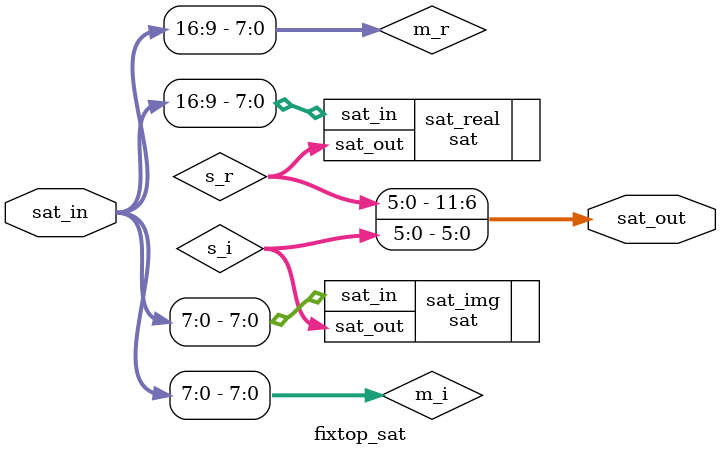
<source format=v>
`timescale 1ns / 1ps


module fixtop_sat
#(parameter NBITS_IN=8,
  parameter NBITS_OUT=6)
 (output [NBITS_OUT*2-1:0] sat_out,
    input [(NBITS_IN+1)*2-1:0] sat_in);
  
 
    wire [NBITS_IN-1:0] m_r;
    wire [NBITS_IN-1:0] m_i;
    
    wire [NBITS_OUT-1:0] s_r;
    wire [NBITS_OUT-1:0] s_i;
    
    
assign m_r = sat_in[(NBITS_IN+1)*2-1:NBITS_IN+1]; //Real
assign m_i = sat_in[NBITS_IN+1-1:0];        //Img
    
     
        sat
          #(.NBITS_IN(NBITS_IN+1),
           .NBITS_OUT(NBITS_OUT))
        sat_real
          (.sat_in(m_r),
           .sat_out(s_r));
           
         
       
         sat
          #(.NBITS_IN(NBITS_IN+1),
           .NBITS_OUT(NBITS_OUT))
        sat_img
          (.sat_in(m_i),
           .sat_out(s_i));
             

assign sat_out = {s_r,s_i};

          

    
    
endmodule

</source>
